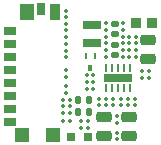
<source format=gbr>
%TF.GenerationSoftware,KiCad,Pcbnew,8.0.7*%
%TF.CreationDate,2025-01-06T01:22:00-08:00*%
%TF.ProjectId,Miniscope-v4-Wire-Free,4d696e69-7363-46f7-9065-2d76342d5769,rev?*%
%TF.SameCoordinates,Original*%
%TF.FileFunction,Paste,Top*%
%TF.FilePolarity,Positive*%
%FSLAX46Y46*%
G04 Gerber Fmt 4.6, Leading zero omitted, Abs format (unit mm)*
G04 Created by KiCad (PCBNEW 8.0.7) date 2025-01-06 01:22:00*
%MOMM*%
%LPD*%
G01*
G04 APERTURE LIST*
G04 Aperture macros list*
%AMRoundRect*
0 Rectangle with rounded corners*
0 $1 Rounding radius*
0 $2 $3 $4 $5 $6 $7 $8 $9 X,Y pos of 4 corners*
0 Add a 4 corners polygon primitive as box body*
4,1,4,$2,$3,$4,$5,$6,$7,$8,$9,$2,$3,0*
0 Add four circle primitives for the rounded corners*
1,1,$1+$1,$2,$3*
1,1,$1+$1,$4,$5*
1,1,$1+$1,$6,$7*
1,1,$1+$1,$8,$9*
0 Add four rect primitives between the rounded corners*
20,1,$1+$1,$2,$3,$4,$5,0*
20,1,$1+$1,$4,$5,$6,$7,0*
20,1,$1+$1,$6,$7,$8,$9,0*
20,1,$1+$1,$8,$9,$2,$3,0*%
G04 Aperture macros list end*
%ADD10RoundRect,0.077500X-0.077500X-0.092500X0.077500X-0.092500X0.077500X0.092500X-0.077500X0.092500X0*%
%ADD11R,1.200000X1.150000*%
%ADD12R,1.200000X1.450000*%
%ADD13R,0.700000X1.000000*%
%ADD14R,0.900000X1.400000*%
%ADD15R,1.000000X0.700000*%
%ADD16RoundRect,0.145000X0.145000X0.170000X-0.145000X0.170000X-0.145000X-0.170000X0.145000X-0.170000X0*%
%ADD17RoundRect,0.077500X0.092500X-0.077500X0.092500X0.077500X-0.092500X0.077500X-0.092500X-0.077500X0*%
%ADD18RoundRect,0.077500X-0.092500X0.077500X-0.092500X-0.077500X0.092500X-0.077500X0.092500X0.077500X0*%
%ADD19RoundRect,0.077500X0.077500X0.092500X-0.077500X0.092500X-0.077500X-0.092500X0.077500X-0.092500X0*%
%ADD20RoundRect,0.232500X0.427500X-0.232500X0.427500X0.232500X-0.427500X0.232500X-0.427500X-0.232500X0*%
%ADD21RoundRect,0.145000X-0.170000X0.145000X-0.170000X-0.145000X0.170000X-0.145000X0.170000X0.145000X0*%
%ADD22RoundRect,0.222500X0.222500X0.237500X-0.222500X0.237500X-0.222500X-0.237500X0.222500X-0.237500X0*%
%ADD23R,1.500000X0.800000*%
%ADD24R,0.270000X0.640000*%
%ADD25R,2.390000X0.640000*%
%ADD26R,0.210000X0.490000*%
%ADD27R,0.300000X0.490000*%
%ADD28R,0.770000X0.710000*%
G04 APERTURE END LIST*
D10*
%TO.C,R21*%
X84761600Y-66448000D03*
X85311600Y-66448000D03*
%TD*%
D11*
%TO.C,J1*%
X81300000Y-69425000D03*
X83890000Y-69425000D03*
D12*
X81740000Y-59025000D03*
D13*
X82890000Y-58800000D03*
D14*
X84040000Y-59000000D03*
D15*
X80250000Y-60650000D03*
X80250000Y-61750000D03*
X80250000Y-62850000D03*
X80250000Y-63950000D03*
X80250000Y-65050000D03*
X80250000Y-66150000D03*
X80250000Y-67250000D03*
X80250000Y-68350000D03*
%TD*%
D16*
%TO.C,C2*%
X86933200Y-67468000D03*
X86043200Y-67468000D03*
%TD*%
D17*
%TO.C,C3*%
X87807400Y-66918200D03*
X87807400Y-66368200D03*
%TD*%
%TO.C,C4*%
X90857000Y-66917500D03*
X90857000Y-66367500D03*
%TD*%
%TO.C,C5*%
X89307600Y-69800400D03*
X89307600Y-69250400D03*
%TD*%
%TO.C,C13*%
X91424700Y-64614800D03*
X91424700Y-64064800D03*
%TD*%
%TO.C,C17*%
X88418600Y-62840800D03*
X88418600Y-62290800D03*
%TD*%
%TO.C,C42*%
X85013400Y-64517200D03*
X85013400Y-63967200D03*
%TD*%
%TO.C,C43*%
X84988000Y-65863400D03*
X84988000Y-65313400D03*
%TD*%
D18*
%TO.C,C45*%
X85038800Y-62316200D03*
X85038800Y-62866200D03*
%TD*%
D17*
%TO.C,C46*%
X85013400Y-61723200D03*
X85013400Y-61173200D03*
%TD*%
D10*
%TO.C,C47*%
X84761600Y-67032200D03*
X85311600Y-67032200D03*
%TD*%
D19*
%TO.C,R1*%
X86861000Y-68230000D03*
X86311000Y-68230000D03*
%TD*%
D10*
%TO.C,R2*%
X86311000Y-68843400D03*
X86861000Y-68843400D03*
%TD*%
D17*
%TO.C,R3*%
X88418600Y-66917500D03*
X88418600Y-66367500D03*
%TD*%
%TO.C,R5*%
X89026600Y-66917500D03*
X89026600Y-66367500D03*
%TD*%
%TO.C,R6*%
X89637800Y-66917500D03*
X89637800Y-66367500D03*
%TD*%
D20*
%TO.C,L2*%
X90374400Y-69532600D03*
X90374400Y-67892600D03*
%TD*%
D17*
%TO.C,C18*%
X88418600Y-61702200D03*
X88418600Y-61152200D03*
%TD*%
%TO.C,C23*%
X90907800Y-61697800D03*
X90907800Y-61147800D03*
%TD*%
D18*
%TO.C,C29*%
X90907800Y-62290800D03*
X90907800Y-62840800D03*
%TD*%
D17*
%TO.C,C19*%
X90374400Y-61697800D03*
X90374400Y-61147800D03*
%TD*%
%TO.C,C22*%
X89841000Y-62840800D03*
X89841000Y-62290800D03*
%TD*%
D18*
%TO.C,C25*%
X90374400Y-62290800D03*
X90374400Y-62840800D03*
%TD*%
D21*
%TO.C,C26*%
X89129800Y-60025800D03*
X89129800Y-60915800D03*
%TD*%
D17*
%TO.C,C28*%
X89841000Y-61697800D03*
X89841000Y-61147800D03*
%TD*%
D21*
%TO.C,C35*%
X89129800Y-61816000D03*
X89129800Y-62706000D03*
%TD*%
D22*
%TO.C,L3*%
X92293400Y-59988400D03*
X90963400Y-59988400D03*
%TD*%
D17*
%TO.C,R11*%
X85013400Y-59460760D03*
X85013400Y-58910760D03*
%TD*%
D18*
%TO.C,R12*%
X85008320Y-60043600D03*
X85008320Y-60593600D03*
%TD*%
D19*
%TO.C,R13*%
X85337000Y-68230000D03*
X84787000Y-68230000D03*
%TD*%
%TO.C,R14*%
X85340800Y-67620400D03*
X84790800Y-67620400D03*
%TD*%
D23*
%TO.C,Y2*%
X87250200Y-61664800D03*
X87250200Y-60164800D03*
%TD*%
D20*
%TO.C,L5*%
X91988240Y-63028360D03*
X91988240Y-61388360D03*
%TD*%
D17*
%TO.C,C20*%
X88418600Y-60559200D03*
X88418600Y-60009200D03*
%TD*%
D16*
%TO.C,C1*%
X86933200Y-66502800D03*
X86043200Y-66502800D03*
%TD*%
D17*
%TO.C,R4*%
X90247400Y-66917500D03*
X90247400Y-66367500D03*
%TD*%
D24*
%TO.C,U3*%
X90434600Y-63757800D03*
X89934600Y-63757800D03*
X89434600Y-63757800D03*
X88934600Y-63757800D03*
X88434600Y-63757800D03*
X88434600Y-65437800D03*
X88934600Y-65437800D03*
X89434600Y-65437800D03*
X89934600Y-65437800D03*
X90434600Y-65437800D03*
D25*
X89434600Y-64597800D03*
%TD*%
D26*
%TO.C,Q1*%
X87472400Y-62746600D03*
X86672400Y-62746600D03*
D27*
X87072400Y-63756600D03*
%TD*%
D19*
%TO.C,C14*%
X87305500Y-65000200D03*
X86755500Y-65000200D03*
%TD*%
%TO.C,R10*%
X87318200Y-65584400D03*
X86768200Y-65584400D03*
%TD*%
%TO.C,R9*%
X87305500Y-64403300D03*
X86755500Y-64403300D03*
%TD*%
D20*
%TO.C,L1*%
X88215400Y-69532600D03*
X88215400Y-67892600D03*
%TD*%
D28*
%TO.C,D2*%
X85398800Y-69648400D03*
X86858800Y-69648400D03*
%TD*%
D18*
%TO.C,C24*%
X89841000Y-60000400D03*
X89841000Y-60550400D03*
%TD*%
%TO.C,C15*%
X92047000Y-64064800D03*
X92047000Y-64614800D03*
%TD*%
D17*
%TO.C,R20*%
X89303800Y-68424800D03*
X89303800Y-67874800D03*
%TD*%
M02*

</source>
